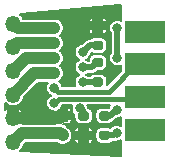
<source format=gbr>
%TF.GenerationSoftware,KiCad,Pcbnew,(5.1.9)-1*%
%TF.CreationDate,2022-11-25T11:31:52-06:00*%
%TF.ProjectId,adapter,61646170-7465-4722-9e6b-696361645f70,rev?*%
%TF.SameCoordinates,Original*%
%TF.FileFunction,Copper,L2,Bot*%
%TF.FilePolarity,Positive*%
%FSLAX46Y46*%
G04 Gerber Fmt 4.6, Leading zero omitted, Abs format (unit mm)*
G04 Created by KiCad (PCBNEW (5.1.9)-1) date 2022-11-25 11:31:52*
%MOMM*%
%LPD*%
G01*
G04 APERTURE LIST*
%TA.AperFunction,ComponentPad*%
%ADD10O,1.350000X1.350000*%
%TD*%
%TA.AperFunction,SMDPad,CuDef*%
%ADD11R,3.480000X1.846667*%
%TD*%
%TA.AperFunction,ViaPad*%
%ADD12C,0.800000*%
%TD*%
%TA.AperFunction,Conductor*%
%ADD13C,0.500000*%
%TD*%
%TA.AperFunction,Conductor*%
%ADD14C,1.000000*%
%TD*%
%TA.AperFunction,Conductor*%
%ADD15C,0.400000*%
%TD*%
%TA.AperFunction,Conductor*%
%ADD16C,0.300000*%
%TD*%
%TA.AperFunction,Conductor*%
%ADD17C,0.200000*%
%TD*%
%TA.AperFunction,Conductor*%
%ADD18C,0.100000*%
%TD*%
G04 APERTURE END LIST*
%TO.P,C4,2*%
%TO.N,Net-(C4-Pad2)*%
%TA.AperFunction,SMDPad,CuDef*%
G36*
G01*
X137435000Y-98635000D02*
X136885000Y-98635000D01*
G75*
G02*
X136685000Y-98435000I0J200000D01*
G01*
X136685000Y-98035000D01*
G75*
G02*
X136885000Y-97835000I200000J0D01*
G01*
X137435000Y-97835000D01*
G75*
G02*
X137635000Y-98035000I0J-200000D01*
G01*
X137635000Y-98435000D01*
G75*
G02*
X137435000Y-98635000I-200000J0D01*
G01*
G37*
%TD.AperFunction*%
%TO.P,C4,1*%
%TO.N,GND*%
%TA.AperFunction,SMDPad,CuDef*%
G36*
G01*
X137435000Y-100285000D02*
X136885000Y-100285000D01*
G75*
G02*
X136685000Y-100085000I0J200000D01*
G01*
X136685000Y-99685000D01*
G75*
G02*
X136885000Y-99485000I200000J0D01*
G01*
X137435000Y-99485000D01*
G75*
G02*
X137635000Y-99685000I0J-200000D01*
G01*
X137635000Y-100085000D01*
G75*
G02*
X137435000Y-100285000I-200000J0D01*
G01*
G37*
%TD.AperFunction*%
%TD*%
D10*
%TO.P,J1,1*%
%TO.N,TXD*%
X131191000Y-90424000D03*
%TO.P,J1,2*%
%TO.N,RXD*%
X131191000Y-92424000D03*
%TO.P,J1,3*%
%TO.N,CTS*%
X131191000Y-94424000D03*
%TO.P,J1,4*%
%TO.N,RTS*%
X131191000Y-96424000D03*
%TO.P,J1,5*%
%TO.N,GND*%
X131191000Y-98424000D03*
%TO.P,J1,6*%
%TO.N,VCC*%
X131191000Y-100424000D03*
%TD*%
%TO.P,C2,2*%
%TO.N,Net-(C2-Pad2)*%
%TA.AperFunction,SMDPad,CuDef*%
G36*
G01*
X139213000Y-98635000D02*
X138663000Y-98635000D01*
G75*
G02*
X138463000Y-98435000I0J200000D01*
G01*
X138463000Y-98035000D01*
G75*
G02*
X138663000Y-97835000I200000J0D01*
G01*
X139213000Y-97835000D01*
G75*
G02*
X139413000Y-98035000I0J-200000D01*
G01*
X139413000Y-98435000D01*
G75*
G02*
X139213000Y-98635000I-200000J0D01*
G01*
G37*
%TD.AperFunction*%
%TO.P,C2,1*%
%TO.N,Net-(C2-Pad1)*%
%TA.AperFunction,SMDPad,CuDef*%
G36*
G01*
X139213000Y-100285000D02*
X138663000Y-100285000D01*
G75*
G02*
X138463000Y-100085000I0J200000D01*
G01*
X138463000Y-99685000D01*
G75*
G02*
X138663000Y-99485000I200000J0D01*
G01*
X139213000Y-99485000D01*
G75*
G02*
X139413000Y-99685000I0J-200000D01*
G01*
X139413000Y-100085000D01*
G75*
G02*
X139213000Y-100285000I-200000J0D01*
G01*
G37*
%TD.AperFunction*%
%TD*%
D11*
%TO.P,P1,6*%
%TO.N,Net-(P1-Pad6)*%
X142367000Y-91095000D03*
%TO.P,P1,7*%
%TO.N,Net-(P1-Pad7)*%
X142367000Y-93865000D03*
%TO.P,P1,8*%
%TO.N,Net-(P1-Pad8)*%
X142367000Y-96635000D03*
%TO.P,P1,9*%
%TO.N,Net-(P1-Pad9)*%
X142367000Y-99405000D03*
%TD*%
%TO.P,C1,1*%
%TO.N,VCC*%
%TA.AperFunction,SMDPad,CuDef*%
G36*
G01*
X135657000Y-100284500D02*
X135107000Y-100284500D01*
G75*
G02*
X134907000Y-100084500I0J200000D01*
G01*
X134907000Y-99684500D01*
G75*
G02*
X135107000Y-99484500I200000J0D01*
G01*
X135657000Y-99484500D01*
G75*
G02*
X135857000Y-99684500I0J-200000D01*
G01*
X135857000Y-100084500D01*
G75*
G02*
X135657000Y-100284500I-200000J0D01*
G01*
G37*
%TD.AperFunction*%
%TO.P,C1,2*%
%TO.N,GND*%
%TA.AperFunction,SMDPad,CuDef*%
G36*
G01*
X135657000Y-98634500D02*
X135107000Y-98634500D01*
G75*
G02*
X134907000Y-98434500I0J200000D01*
G01*
X134907000Y-98034500D01*
G75*
G02*
X135107000Y-97834500I200000J0D01*
G01*
X135657000Y-97834500D01*
G75*
G02*
X135857000Y-98034500I0J-200000D01*
G01*
X135857000Y-98434500D01*
G75*
G02*
X135657000Y-98634500I-200000J0D01*
G01*
G37*
%TD.AperFunction*%
%TD*%
%TO.P,C3,1*%
%TO.N,Net-(C3-Pad1)*%
%TA.AperFunction,SMDPad,CuDef*%
G36*
G01*
X138641500Y-95776500D02*
X138091500Y-95776500D01*
G75*
G02*
X137891500Y-95576500I0J200000D01*
G01*
X137891500Y-95176500D01*
G75*
G02*
X138091500Y-94976500I200000J0D01*
G01*
X138641500Y-94976500D01*
G75*
G02*
X138841500Y-95176500I0J-200000D01*
G01*
X138841500Y-95576500D01*
G75*
G02*
X138641500Y-95776500I-200000J0D01*
G01*
G37*
%TD.AperFunction*%
%TO.P,C3,2*%
%TO.N,Net-(C3-Pad2)*%
%TA.AperFunction,SMDPad,CuDef*%
G36*
G01*
X138641500Y-94126500D02*
X138091500Y-94126500D01*
G75*
G02*
X137891500Y-93926500I0J200000D01*
G01*
X137891500Y-93526500D01*
G75*
G02*
X138091500Y-93326500I200000J0D01*
G01*
X138641500Y-93326500D01*
G75*
G02*
X138841500Y-93526500I0J-200000D01*
G01*
X138841500Y-93926500D01*
G75*
G02*
X138641500Y-94126500I-200000J0D01*
G01*
G37*
%TD.AperFunction*%
%TD*%
%TO.P,C5,1*%
%TO.N,GND*%
%TA.AperFunction,SMDPad,CuDef*%
G36*
G01*
X138091500Y-90215000D02*
X138641500Y-90215000D01*
G75*
G02*
X138841500Y-90415000I0J-200000D01*
G01*
X138841500Y-90815000D01*
G75*
G02*
X138641500Y-91015000I-200000J0D01*
G01*
X138091500Y-91015000D01*
G75*
G02*
X137891500Y-90815000I0J200000D01*
G01*
X137891500Y-90415000D01*
G75*
G02*
X138091500Y-90215000I200000J0D01*
G01*
G37*
%TD.AperFunction*%
%TO.P,C5,2*%
%TO.N,Net-(C5-Pad2)*%
%TA.AperFunction,SMDPad,CuDef*%
G36*
G01*
X138091500Y-91865000D02*
X138641500Y-91865000D01*
G75*
G02*
X138841500Y-92065000I0J-200000D01*
G01*
X138841500Y-92465000D01*
G75*
G02*
X138641500Y-92665000I-200000J0D01*
G01*
X138091500Y-92665000D01*
G75*
G02*
X137891500Y-92465000I0J200000D01*
G01*
X137891500Y-92065000D01*
G75*
G02*
X138091500Y-91865000I200000J0D01*
G01*
G37*
%TD.AperFunction*%
%TD*%
D12*
%TO.N,GND*%
X139700000Y-100965000D03*
X138430000Y-100965000D03*
X138430000Y-89535000D03*
X137160000Y-100965000D03*
X134683500Y-98425000D03*
X137160000Y-89535000D03*
%TO.N,Net-(C2-Pad2)*%
X139954000Y-97726500D03*
%TO.N,Net-(C2-Pad1)*%
X139954000Y-99695000D03*
%TO.N,Net-(C3-Pad1)*%
X137096500Y-95377000D03*
%TO.N,Net-(C3-Pad2)*%
X137096500Y-94107000D03*
%TO.N,Net-(C4-Pad2)*%
X136842500Y-97599500D03*
%TO.N,Net-(C5-Pad2)*%
X137096500Y-92837000D03*
%TO.N,Net-(P1-Pad3)*%
X140024801Y-93329836D03*
X140026998Y-90805000D03*
%TO.N,Net-(P1-Pad7)*%
X134683500Y-95885000D03*
%TO.N,Net-(P1-Pad8)*%
X134683500Y-97155000D03*
%TO.N,CTS*%
X134683500Y-93345000D03*
%TO.N,RTS*%
X134683500Y-94615000D03*
%TO.N,RXD*%
X134683500Y-92075000D03*
%TO.N,TXD*%
X134683500Y-90805000D03*
%TO.N,VCC*%
X134683500Y-99695000D03*
%TD*%
D13*
%TO.N,GND*%
X131192000Y-98425000D02*
X131191000Y-98424000D01*
X131380000Y-98235000D02*
X131191000Y-98424000D01*
X133985000Y-98235000D02*
X134493500Y-98235000D01*
X134493500Y-98235000D02*
X134683500Y-98425000D01*
X134430000Y-98235000D02*
X134620000Y-98425000D01*
D14*
X134683500Y-98425000D02*
X131192000Y-98425000D01*
X135191500Y-98425000D02*
X135382000Y-98234500D01*
X134683500Y-98425000D02*
X135191500Y-98425000D01*
D13*
%TO.N,Net-(C2-Pad2)*%
X139890000Y-97727000D02*
X139954000Y-97663000D01*
X139382000Y-98235000D02*
X139954000Y-97663000D01*
X138938000Y-98235000D02*
X139382000Y-98235000D01*
%TO.N,Net-(C2-Pad1)*%
X139764000Y-99885000D02*
X139954000Y-99695000D01*
X138938000Y-99885000D02*
X139764000Y-99885000D01*
%TO.N,Net-(C3-Pad1)*%
X138239000Y-95377000D02*
X138366500Y-95249500D01*
X137096500Y-95377000D02*
X138239000Y-95377000D01*
%TO.N,Net-(C3-Pad2)*%
X137859000Y-94107000D02*
X138366500Y-93599500D01*
X137096500Y-94107000D02*
X137859000Y-94107000D01*
%TO.N,Net-(C4-Pad2)*%
X137223500Y-98235000D02*
X137160500Y-98235000D01*
X137160000Y-97917000D02*
X136842500Y-97599500D01*
X137160000Y-98235000D02*
X137160000Y-97917000D01*
%TO.N,Net-(C5-Pad2)*%
X137668500Y-92265000D02*
X137096500Y-92837000D01*
X138366500Y-92265000D02*
X137668500Y-92265000D01*
%TO.N,Net-(P1-Pad3)*%
X140024801Y-90807197D02*
X140026998Y-90805000D01*
X140024801Y-93329836D02*
X140024801Y-90807197D01*
D15*
%TO.N,Net-(P1-Pad7)*%
X134683500Y-95885000D02*
X134975501Y-96177001D01*
X137121999Y-96177001D02*
X139319000Y-96177001D01*
X134975501Y-96177001D02*
X137121999Y-96177001D01*
X137121999Y-96177001D02*
X137480501Y-96177001D01*
X141631001Y-93865000D02*
X142367000Y-93865000D01*
X139319000Y-96177001D02*
X141631001Y-93865000D01*
D16*
%TO.N,Net-(P1-Pad8)*%
X142367000Y-96635000D02*
X142164500Y-96837500D01*
D13*
X142252501Y-96749499D02*
X142367000Y-96635000D01*
D15*
X135061489Y-96777011D02*
X134683500Y-97155000D01*
X142224989Y-96777011D02*
X135061489Y-96777011D01*
X142367000Y-96635000D02*
X142224989Y-96777011D01*
D14*
%TO.N,CTS*%
X132270000Y-93345000D02*
X131191000Y-94424000D01*
X134683500Y-93345000D02*
X132270000Y-93345000D01*
%TO.N,RTS*%
X133000000Y-94615000D02*
X131191000Y-96424000D01*
X134683500Y-94615000D02*
X133000000Y-94615000D01*
%TO.N,RXD*%
X131540000Y-92075000D02*
X131191000Y-92424000D01*
X134683500Y-92075000D02*
X131540000Y-92075000D01*
%TO.N,TXD*%
X131572000Y-90805000D02*
X131191000Y-90424000D01*
X134683500Y-90805000D02*
X131572000Y-90805000D01*
D13*
%TO.N,VCC*%
X131191000Y-100424000D02*
X131605000Y-100424000D01*
X133985000Y-99885000D02*
X134493500Y-99885000D01*
X134493500Y-99885000D02*
X134683500Y-99695000D01*
X134430000Y-99885000D02*
X134620000Y-99695000D01*
D14*
X134683500Y-99695000D02*
X131920000Y-99695000D01*
X131920000Y-99695000D02*
X131191000Y-100424000D01*
X135192500Y-99695000D02*
X135382000Y-99884500D01*
X134683500Y-99695000D02*
X135192500Y-99695000D01*
%TD*%
D17*
%TO.N,GND*%
X134139774Y-95438776D02*
X134063168Y-95553426D01*
X134010401Y-95680818D01*
X133983500Y-95816056D01*
X133983500Y-95953944D01*
X134010401Y-96089182D01*
X134063168Y-96216574D01*
X134139774Y-96331224D01*
X134237276Y-96428726D01*
X134351926Y-96505332D01*
X134387338Y-96520000D01*
X134351926Y-96534668D01*
X134237276Y-96611274D01*
X134139774Y-96708776D01*
X134063168Y-96823426D01*
X134010401Y-96950818D01*
X133983500Y-97086056D01*
X133983500Y-97223944D01*
X134010401Y-97359182D01*
X134063168Y-97486574D01*
X134139774Y-97601224D01*
X134237276Y-97698726D01*
X134351926Y-97775332D01*
X134479318Y-97828099D01*
X134606647Y-97853427D01*
X134607000Y-97859500D01*
X134682000Y-97934500D01*
X135007000Y-97934500D01*
X135007000Y-97778676D01*
X135015074Y-97775332D01*
X135129724Y-97698726D01*
X135218950Y-97609500D01*
X135757000Y-97609500D01*
X135757000Y-97934500D01*
X136082000Y-97934500D01*
X136157000Y-97859500D01*
X136158452Y-97834500D01*
X136152660Y-97775690D01*
X136135505Y-97719139D01*
X136107648Y-97667022D01*
X136070159Y-97621341D01*
X136024478Y-97583852D01*
X135972361Y-97555995D01*
X135915810Y-97538840D01*
X135857000Y-97533048D01*
X135832000Y-97534500D01*
X135757000Y-97609500D01*
X135218950Y-97609500D01*
X135227226Y-97601224D01*
X135303832Y-97486574D01*
X135356599Y-97359182D01*
X135372944Y-97277011D01*
X136218405Y-97277011D01*
X136169401Y-97395318D01*
X136142500Y-97530556D01*
X136142500Y-97668444D01*
X136169401Y-97803682D01*
X136222168Y-97931074D01*
X136298774Y-98045724D01*
X136383549Y-98130499D01*
X136383549Y-98435000D01*
X136393184Y-98532828D01*
X136421720Y-98626897D01*
X136468059Y-98713591D01*
X136530421Y-98789579D01*
X136606409Y-98851941D01*
X136693103Y-98898280D01*
X136787172Y-98926816D01*
X136885000Y-98936451D01*
X137435000Y-98936451D01*
X137532828Y-98926816D01*
X137626897Y-98898280D01*
X137713591Y-98851941D01*
X137789579Y-98789579D01*
X137851941Y-98713591D01*
X137898280Y-98626897D01*
X137926816Y-98532828D01*
X137936451Y-98435000D01*
X137936451Y-98035000D01*
X137926816Y-97937172D01*
X137898280Y-97843103D01*
X137851941Y-97756409D01*
X137789579Y-97680421D01*
X137713591Y-97618059D01*
X137626897Y-97571720D01*
X137575292Y-97556066D01*
X137550790Y-97526210D01*
X137539849Y-97517231D01*
X137515599Y-97395318D01*
X137466595Y-97277011D01*
X139413539Y-97277011D01*
X139410274Y-97280276D01*
X139333668Y-97394926D01*
X139280901Y-97522318D01*
X139277405Y-97539892D01*
X139213000Y-97533549D01*
X138663000Y-97533549D01*
X138565172Y-97543184D01*
X138471103Y-97571720D01*
X138384409Y-97618059D01*
X138308421Y-97680421D01*
X138246059Y-97756409D01*
X138199720Y-97843103D01*
X138171184Y-97937172D01*
X138161549Y-98035000D01*
X138161549Y-98435000D01*
X138171184Y-98532828D01*
X138199720Y-98626897D01*
X138246059Y-98713591D01*
X138308421Y-98789579D01*
X138384409Y-98851941D01*
X138471103Y-98898280D01*
X138565172Y-98926816D01*
X138663000Y-98936451D01*
X139213000Y-98936451D01*
X139310828Y-98926816D01*
X139404897Y-98898280D01*
X139491591Y-98851941D01*
X139567579Y-98789579D01*
X139611637Y-98735894D01*
X139689042Y-98694521D01*
X139772790Y-98625790D01*
X139790013Y-98604805D01*
X139968317Y-98426500D01*
X140022944Y-98426500D01*
X140158182Y-98399599D01*
X140285574Y-98346832D01*
X140362000Y-98295766D01*
X140362000Y-98341043D01*
X140348496Y-98366307D01*
X140331341Y-98422857D01*
X140325549Y-98481667D01*
X140325549Y-99101378D01*
X140285574Y-99074668D01*
X140158182Y-99021901D01*
X140022944Y-98995000D01*
X139885056Y-98995000D01*
X139749818Y-99021901D01*
X139622426Y-99074668D01*
X139507776Y-99151274D01*
X139426033Y-99233017D01*
X139404897Y-99221720D01*
X139310828Y-99193184D01*
X139213000Y-99183549D01*
X138663000Y-99183549D01*
X138565172Y-99193184D01*
X138471103Y-99221720D01*
X138384409Y-99268059D01*
X138308421Y-99330421D01*
X138246059Y-99406409D01*
X138199720Y-99493103D01*
X138171184Y-99587172D01*
X138161549Y-99685000D01*
X138161549Y-100085000D01*
X138171184Y-100182828D01*
X138199720Y-100276897D01*
X138246059Y-100363591D01*
X138308421Y-100439579D01*
X138384409Y-100501941D01*
X138471103Y-100548280D01*
X138565172Y-100576816D01*
X138663000Y-100586451D01*
X139213000Y-100586451D01*
X139310828Y-100576816D01*
X139404897Y-100548280D01*
X139491591Y-100501941D01*
X139567579Y-100439579D01*
X139571337Y-100435000D01*
X139736992Y-100435000D01*
X139764000Y-100437660D01*
X139791008Y-100435000D01*
X139791018Y-100435000D01*
X139871819Y-100427042D01*
X139975494Y-100395592D01*
X139976602Y-100395000D01*
X140022944Y-100395000D01*
X140158182Y-100368099D01*
X140285574Y-100315332D01*
X140325549Y-100288622D01*
X140325549Y-100328333D01*
X140331341Y-100387143D01*
X140348496Y-100443693D01*
X140362000Y-100468957D01*
X140362000Y-101629000D01*
X140213765Y-101629000D01*
X131789127Y-101196968D01*
X131812527Y-101181332D01*
X131948332Y-101045527D01*
X132055034Y-100885836D01*
X132128532Y-100708397D01*
X132151018Y-100595352D01*
X132251370Y-100495000D01*
X134820561Y-100495000D01*
X134828409Y-100501441D01*
X134915103Y-100547780D01*
X134939903Y-100555303D01*
X135074373Y-100627178D01*
X135225172Y-100672923D01*
X135381999Y-100688369D01*
X135538826Y-100672923D01*
X135689627Y-100627178D01*
X135824097Y-100555303D01*
X135848897Y-100547780D01*
X135935591Y-100501441D01*
X136011579Y-100439079D01*
X136073941Y-100363091D01*
X136115681Y-100285000D01*
X136383548Y-100285000D01*
X136389340Y-100343810D01*
X136406495Y-100400361D01*
X136434352Y-100452478D01*
X136471841Y-100498159D01*
X136517522Y-100535648D01*
X136569639Y-100563505D01*
X136626190Y-100580660D01*
X136685000Y-100586452D01*
X136710000Y-100585000D01*
X136785000Y-100510000D01*
X136785000Y-100185000D01*
X137535000Y-100185000D01*
X137535000Y-100510000D01*
X137610000Y-100585000D01*
X137635000Y-100586452D01*
X137693810Y-100580660D01*
X137750361Y-100563505D01*
X137802478Y-100535648D01*
X137848159Y-100498159D01*
X137885648Y-100452478D01*
X137913505Y-100400361D01*
X137930660Y-100343810D01*
X137936452Y-100285000D01*
X137935000Y-100260000D01*
X137860000Y-100185000D01*
X137535000Y-100185000D01*
X136785000Y-100185000D01*
X136460000Y-100185000D01*
X136385000Y-100260000D01*
X136383548Y-100285000D01*
X136115681Y-100285000D01*
X136120280Y-100276397D01*
X136148816Y-100182328D01*
X136158451Y-100084500D01*
X136158451Y-100080792D01*
X136170423Y-100041326D01*
X136185869Y-99884499D01*
X136170423Y-99727672D01*
X136158451Y-99688206D01*
X136158451Y-99684500D01*
X136148816Y-99586672D01*
X136120280Y-99492603D01*
X136116217Y-99485000D01*
X136383548Y-99485000D01*
X136385000Y-99510000D01*
X136460000Y-99585000D01*
X136785000Y-99585000D01*
X136785000Y-99260000D01*
X137535000Y-99260000D01*
X137535000Y-99585000D01*
X137860000Y-99585000D01*
X137935000Y-99510000D01*
X137936452Y-99485000D01*
X137930660Y-99426190D01*
X137913505Y-99369639D01*
X137885648Y-99317522D01*
X137848159Y-99271841D01*
X137802478Y-99234352D01*
X137750361Y-99206495D01*
X137693810Y-99189340D01*
X137635000Y-99183548D01*
X137610000Y-99185000D01*
X137535000Y-99260000D01*
X136785000Y-99260000D01*
X136710000Y-99185000D01*
X136685000Y-99183548D01*
X136626190Y-99189340D01*
X136569639Y-99206495D01*
X136517522Y-99234352D01*
X136471841Y-99271841D01*
X136434352Y-99317522D01*
X136406495Y-99369639D01*
X136389340Y-99426190D01*
X136383548Y-99485000D01*
X136116217Y-99485000D01*
X136073941Y-99405909D01*
X136011579Y-99329921D01*
X135935591Y-99267559D01*
X135851460Y-99222590D01*
X135785973Y-99157103D01*
X135760922Y-99126578D01*
X135639106Y-99026607D01*
X135500128Y-98952321D01*
X135441380Y-98934500D01*
X135782002Y-98934500D01*
X135782002Y-98884502D01*
X135832000Y-98934500D01*
X135857000Y-98935952D01*
X135915810Y-98930160D01*
X135972361Y-98913005D01*
X136024478Y-98885148D01*
X136070159Y-98847659D01*
X136107648Y-98801978D01*
X136135505Y-98749861D01*
X136152660Y-98693310D01*
X136158452Y-98634500D01*
X136157000Y-98609500D01*
X136082000Y-98534500D01*
X135757000Y-98534500D01*
X135757000Y-98634500D01*
X135007000Y-98634500D01*
X135007000Y-98534500D01*
X134682000Y-98534500D01*
X134607000Y-98609500D01*
X134605548Y-98634500D01*
X134611340Y-98693310D01*
X134628495Y-98749861D01*
X134656352Y-98801978D01*
X134693841Y-98847659D01*
X134739522Y-98885148D01*
X134757954Y-98895000D01*
X132002213Y-98895000D01*
X131997226Y-98824000D01*
X131591000Y-98824000D01*
X131591000Y-98844000D01*
X130791000Y-98844000D01*
X130791000Y-98824000D01*
X130771000Y-98824000D01*
X130771000Y-98024000D01*
X130791000Y-98024000D01*
X130791000Y-97609804D01*
X131591000Y-97609804D01*
X131591000Y-98024000D01*
X131997226Y-98024000D01*
X132006650Y-97889828D01*
X131996659Y-97874835D01*
X131874042Y-97728211D01*
X131725176Y-97608325D01*
X131591000Y-97609804D01*
X130791000Y-97609804D01*
X130656824Y-97608325D01*
X130527000Y-97712876D01*
X130527000Y-97138859D01*
X130569473Y-97181332D01*
X130729164Y-97288034D01*
X130906603Y-97361532D01*
X131094971Y-97399000D01*
X131287029Y-97399000D01*
X131475397Y-97361532D01*
X131652836Y-97288034D01*
X131812527Y-97181332D01*
X131948332Y-97045527D01*
X132055034Y-96885836D01*
X132128532Y-96708397D01*
X132151017Y-96595353D01*
X133331371Y-95415000D01*
X134163550Y-95415000D01*
X134139774Y-95438776D01*
%TA.AperFunction,Conductor*%
D18*
G36*
X134139774Y-95438776D02*
G01*
X134063168Y-95553426D01*
X134010401Y-95680818D01*
X133983500Y-95816056D01*
X133983500Y-95953944D01*
X134010401Y-96089182D01*
X134063168Y-96216574D01*
X134139774Y-96331224D01*
X134237276Y-96428726D01*
X134351926Y-96505332D01*
X134387338Y-96520000D01*
X134351926Y-96534668D01*
X134237276Y-96611274D01*
X134139774Y-96708776D01*
X134063168Y-96823426D01*
X134010401Y-96950818D01*
X133983500Y-97086056D01*
X133983500Y-97223944D01*
X134010401Y-97359182D01*
X134063168Y-97486574D01*
X134139774Y-97601224D01*
X134237276Y-97698726D01*
X134351926Y-97775332D01*
X134479318Y-97828099D01*
X134606647Y-97853427D01*
X134607000Y-97859500D01*
X134682000Y-97934500D01*
X135007000Y-97934500D01*
X135007000Y-97778676D01*
X135015074Y-97775332D01*
X135129724Y-97698726D01*
X135218950Y-97609500D01*
X135757000Y-97609500D01*
X135757000Y-97934500D01*
X136082000Y-97934500D01*
X136157000Y-97859500D01*
X136158452Y-97834500D01*
X136152660Y-97775690D01*
X136135505Y-97719139D01*
X136107648Y-97667022D01*
X136070159Y-97621341D01*
X136024478Y-97583852D01*
X135972361Y-97555995D01*
X135915810Y-97538840D01*
X135857000Y-97533048D01*
X135832000Y-97534500D01*
X135757000Y-97609500D01*
X135218950Y-97609500D01*
X135227226Y-97601224D01*
X135303832Y-97486574D01*
X135356599Y-97359182D01*
X135372944Y-97277011D01*
X136218405Y-97277011D01*
X136169401Y-97395318D01*
X136142500Y-97530556D01*
X136142500Y-97668444D01*
X136169401Y-97803682D01*
X136222168Y-97931074D01*
X136298774Y-98045724D01*
X136383549Y-98130499D01*
X136383549Y-98435000D01*
X136393184Y-98532828D01*
X136421720Y-98626897D01*
X136468059Y-98713591D01*
X136530421Y-98789579D01*
X136606409Y-98851941D01*
X136693103Y-98898280D01*
X136787172Y-98926816D01*
X136885000Y-98936451D01*
X137435000Y-98936451D01*
X137532828Y-98926816D01*
X137626897Y-98898280D01*
X137713591Y-98851941D01*
X137789579Y-98789579D01*
X137851941Y-98713591D01*
X137898280Y-98626897D01*
X137926816Y-98532828D01*
X137936451Y-98435000D01*
X137936451Y-98035000D01*
X137926816Y-97937172D01*
X137898280Y-97843103D01*
X137851941Y-97756409D01*
X137789579Y-97680421D01*
X137713591Y-97618059D01*
X137626897Y-97571720D01*
X137575292Y-97556066D01*
X137550790Y-97526210D01*
X137539849Y-97517231D01*
X137515599Y-97395318D01*
X137466595Y-97277011D01*
X139413539Y-97277011D01*
X139410274Y-97280276D01*
X139333668Y-97394926D01*
X139280901Y-97522318D01*
X139277405Y-97539892D01*
X139213000Y-97533549D01*
X138663000Y-97533549D01*
X138565172Y-97543184D01*
X138471103Y-97571720D01*
X138384409Y-97618059D01*
X138308421Y-97680421D01*
X138246059Y-97756409D01*
X138199720Y-97843103D01*
X138171184Y-97937172D01*
X138161549Y-98035000D01*
X138161549Y-98435000D01*
X138171184Y-98532828D01*
X138199720Y-98626897D01*
X138246059Y-98713591D01*
X138308421Y-98789579D01*
X138384409Y-98851941D01*
X138471103Y-98898280D01*
X138565172Y-98926816D01*
X138663000Y-98936451D01*
X139213000Y-98936451D01*
X139310828Y-98926816D01*
X139404897Y-98898280D01*
X139491591Y-98851941D01*
X139567579Y-98789579D01*
X139611637Y-98735894D01*
X139689042Y-98694521D01*
X139772790Y-98625790D01*
X139790013Y-98604805D01*
X139968317Y-98426500D01*
X140022944Y-98426500D01*
X140158182Y-98399599D01*
X140285574Y-98346832D01*
X140362000Y-98295766D01*
X140362000Y-98341043D01*
X140348496Y-98366307D01*
X140331341Y-98422857D01*
X140325549Y-98481667D01*
X140325549Y-99101378D01*
X140285574Y-99074668D01*
X140158182Y-99021901D01*
X140022944Y-98995000D01*
X139885056Y-98995000D01*
X139749818Y-99021901D01*
X139622426Y-99074668D01*
X139507776Y-99151274D01*
X139426033Y-99233017D01*
X139404897Y-99221720D01*
X139310828Y-99193184D01*
X139213000Y-99183549D01*
X138663000Y-99183549D01*
X138565172Y-99193184D01*
X138471103Y-99221720D01*
X138384409Y-99268059D01*
X138308421Y-99330421D01*
X138246059Y-99406409D01*
X138199720Y-99493103D01*
X138171184Y-99587172D01*
X138161549Y-99685000D01*
X138161549Y-100085000D01*
X138171184Y-100182828D01*
X138199720Y-100276897D01*
X138246059Y-100363591D01*
X138308421Y-100439579D01*
X138384409Y-100501941D01*
X138471103Y-100548280D01*
X138565172Y-100576816D01*
X138663000Y-100586451D01*
X139213000Y-100586451D01*
X139310828Y-100576816D01*
X139404897Y-100548280D01*
X139491591Y-100501941D01*
X139567579Y-100439579D01*
X139571337Y-100435000D01*
X139736992Y-100435000D01*
X139764000Y-100437660D01*
X139791008Y-100435000D01*
X139791018Y-100435000D01*
X139871819Y-100427042D01*
X139975494Y-100395592D01*
X139976602Y-100395000D01*
X140022944Y-100395000D01*
X140158182Y-100368099D01*
X140285574Y-100315332D01*
X140325549Y-100288622D01*
X140325549Y-100328333D01*
X140331341Y-100387143D01*
X140348496Y-100443693D01*
X140362000Y-100468957D01*
X140362000Y-101629000D01*
X140213765Y-101629000D01*
X131789127Y-101196968D01*
X131812527Y-101181332D01*
X131948332Y-101045527D01*
X132055034Y-100885836D01*
X132128532Y-100708397D01*
X132151018Y-100595352D01*
X132251370Y-100495000D01*
X134820561Y-100495000D01*
X134828409Y-100501441D01*
X134915103Y-100547780D01*
X134939903Y-100555303D01*
X135074373Y-100627178D01*
X135225172Y-100672923D01*
X135381999Y-100688369D01*
X135538826Y-100672923D01*
X135689627Y-100627178D01*
X135824097Y-100555303D01*
X135848897Y-100547780D01*
X135935591Y-100501441D01*
X136011579Y-100439079D01*
X136073941Y-100363091D01*
X136115681Y-100285000D01*
X136383548Y-100285000D01*
X136389340Y-100343810D01*
X136406495Y-100400361D01*
X136434352Y-100452478D01*
X136471841Y-100498159D01*
X136517522Y-100535648D01*
X136569639Y-100563505D01*
X136626190Y-100580660D01*
X136685000Y-100586452D01*
X136710000Y-100585000D01*
X136785000Y-100510000D01*
X136785000Y-100185000D01*
X137535000Y-100185000D01*
X137535000Y-100510000D01*
X137610000Y-100585000D01*
X137635000Y-100586452D01*
X137693810Y-100580660D01*
X137750361Y-100563505D01*
X137802478Y-100535648D01*
X137848159Y-100498159D01*
X137885648Y-100452478D01*
X137913505Y-100400361D01*
X137930660Y-100343810D01*
X137936452Y-100285000D01*
X137935000Y-100260000D01*
X137860000Y-100185000D01*
X137535000Y-100185000D01*
X136785000Y-100185000D01*
X136460000Y-100185000D01*
X136385000Y-100260000D01*
X136383548Y-100285000D01*
X136115681Y-100285000D01*
X136120280Y-100276397D01*
X136148816Y-100182328D01*
X136158451Y-100084500D01*
X136158451Y-100080792D01*
X136170423Y-100041326D01*
X136185869Y-99884499D01*
X136170423Y-99727672D01*
X136158451Y-99688206D01*
X136158451Y-99684500D01*
X136148816Y-99586672D01*
X136120280Y-99492603D01*
X136116217Y-99485000D01*
X136383548Y-99485000D01*
X136385000Y-99510000D01*
X136460000Y-99585000D01*
X136785000Y-99585000D01*
X136785000Y-99260000D01*
X137535000Y-99260000D01*
X137535000Y-99585000D01*
X137860000Y-99585000D01*
X137935000Y-99510000D01*
X137936452Y-99485000D01*
X137930660Y-99426190D01*
X137913505Y-99369639D01*
X137885648Y-99317522D01*
X137848159Y-99271841D01*
X137802478Y-99234352D01*
X137750361Y-99206495D01*
X137693810Y-99189340D01*
X137635000Y-99183548D01*
X137610000Y-99185000D01*
X137535000Y-99260000D01*
X136785000Y-99260000D01*
X136710000Y-99185000D01*
X136685000Y-99183548D01*
X136626190Y-99189340D01*
X136569639Y-99206495D01*
X136517522Y-99234352D01*
X136471841Y-99271841D01*
X136434352Y-99317522D01*
X136406495Y-99369639D01*
X136389340Y-99426190D01*
X136383548Y-99485000D01*
X136116217Y-99485000D01*
X136073941Y-99405909D01*
X136011579Y-99329921D01*
X135935591Y-99267559D01*
X135851460Y-99222590D01*
X135785973Y-99157103D01*
X135760922Y-99126578D01*
X135639106Y-99026607D01*
X135500128Y-98952321D01*
X135441380Y-98934500D01*
X135782002Y-98934500D01*
X135782002Y-98884502D01*
X135832000Y-98934500D01*
X135857000Y-98935952D01*
X135915810Y-98930160D01*
X135972361Y-98913005D01*
X136024478Y-98885148D01*
X136070159Y-98847659D01*
X136107648Y-98801978D01*
X136135505Y-98749861D01*
X136152660Y-98693310D01*
X136158452Y-98634500D01*
X136157000Y-98609500D01*
X136082000Y-98534500D01*
X135757000Y-98534500D01*
X135757000Y-98634500D01*
X135007000Y-98634500D01*
X135007000Y-98534500D01*
X134682000Y-98534500D01*
X134607000Y-98609500D01*
X134605548Y-98634500D01*
X134611340Y-98693310D01*
X134628495Y-98749861D01*
X134656352Y-98801978D01*
X134693841Y-98847659D01*
X134739522Y-98885148D01*
X134757954Y-98895000D01*
X132002213Y-98895000D01*
X131997226Y-98824000D01*
X131591000Y-98824000D01*
X131591000Y-98844000D01*
X130791000Y-98844000D01*
X130791000Y-98824000D01*
X130771000Y-98824000D01*
X130771000Y-98024000D01*
X130791000Y-98024000D01*
X130791000Y-97609804D01*
X131591000Y-97609804D01*
X131591000Y-98024000D01*
X131997226Y-98024000D01*
X132006650Y-97889828D01*
X131996659Y-97874835D01*
X131874042Y-97728211D01*
X131725176Y-97608325D01*
X131591000Y-97609804D01*
X130791000Y-97609804D01*
X130656824Y-97608325D01*
X130527000Y-97712876D01*
X130527000Y-97138859D01*
X130569473Y-97181332D01*
X130729164Y-97288034D01*
X130906603Y-97361532D01*
X131094971Y-97399000D01*
X131287029Y-97399000D01*
X131475397Y-97361532D01*
X131652836Y-97288034D01*
X131812527Y-97181332D01*
X131948332Y-97045527D01*
X132055034Y-96885836D01*
X132128532Y-96708397D01*
X132151017Y-96595353D01*
X133331371Y-95415000D01*
X134163550Y-95415000D01*
X134139774Y-95438776D01*
G37*
%TD.AperFunction*%
D17*
X140362000Y-90031043D02*
X140348496Y-90056307D01*
X140331341Y-90112857D01*
X140325613Y-90171016D01*
X140231180Y-90131901D01*
X140095942Y-90105000D01*
X139958054Y-90105000D01*
X139822816Y-90131901D01*
X139695424Y-90184668D01*
X139580774Y-90261274D01*
X139483272Y-90358776D01*
X139406666Y-90473426D01*
X139353899Y-90600818D01*
X139326998Y-90736056D01*
X139326998Y-90873944D01*
X139353899Y-91009182D01*
X139406666Y-91136574D01*
X139474802Y-91238547D01*
X139474801Y-92893002D01*
X139404469Y-92998262D01*
X139351702Y-93125654D01*
X139324801Y-93260892D01*
X139324801Y-93398780D01*
X139351702Y-93534018D01*
X139404469Y-93661410D01*
X139481075Y-93776060D01*
X139578577Y-93873562D01*
X139693227Y-93950168D01*
X139820619Y-94002935D01*
X139955857Y-94029836D01*
X140093745Y-94029836D01*
X140228983Y-94002935D01*
X140325549Y-93962936D01*
X140325549Y-94463346D01*
X139135364Y-95653532D01*
X139142951Y-95576500D01*
X139142951Y-95176500D01*
X139133316Y-95078672D01*
X139104780Y-94984603D01*
X139058441Y-94897909D01*
X138996079Y-94821921D01*
X138920091Y-94759559D01*
X138833397Y-94713220D01*
X138739328Y-94684684D01*
X138641500Y-94675049D01*
X138091500Y-94675049D01*
X137993672Y-94684684D01*
X137899603Y-94713220D01*
X137812909Y-94759559D01*
X137736921Y-94821921D01*
X137732753Y-94827000D01*
X137533334Y-94827000D01*
X137428074Y-94756668D01*
X137392662Y-94742000D01*
X137428074Y-94727332D01*
X137533334Y-94657000D01*
X137831992Y-94657000D01*
X137859000Y-94659660D01*
X137886008Y-94657000D01*
X137886018Y-94657000D01*
X137966819Y-94649042D01*
X138070494Y-94617592D01*
X138166042Y-94566521D01*
X138249790Y-94497790D01*
X138267012Y-94476805D01*
X138315866Y-94427951D01*
X138641500Y-94427951D01*
X138739328Y-94418316D01*
X138833397Y-94389780D01*
X138920091Y-94343441D01*
X138996079Y-94281079D01*
X139058441Y-94205091D01*
X139104780Y-94118397D01*
X139133316Y-94024328D01*
X139142951Y-93926500D01*
X139142951Y-93526500D01*
X139133316Y-93428672D01*
X139104780Y-93334603D01*
X139058441Y-93247909D01*
X138996079Y-93171921D01*
X138920091Y-93109559D01*
X138833397Y-93063220D01*
X138739328Y-93034684D01*
X138641500Y-93025049D01*
X138091500Y-93025049D01*
X137993672Y-93034684D01*
X137899603Y-93063220D01*
X137812909Y-93109559D01*
X137736921Y-93171921D01*
X137674559Y-93247909D01*
X137628220Y-93334603D01*
X137599684Y-93428672D01*
X137590049Y-93526500D01*
X137590049Y-93557000D01*
X137533334Y-93557000D01*
X137428074Y-93486668D01*
X137392662Y-93472000D01*
X137428074Y-93457332D01*
X137542724Y-93380726D01*
X137640226Y-93283224D01*
X137716832Y-93168574D01*
X137769599Y-93041182D01*
X137794297Y-92917021D01*
X137823640Y-92887677D01*
X137899603Y-92928280D01*
X137993672Y-92956816D01*
X138091500Y-92966451D01*
X138641500Y-92966451D01*
X138739328Y-92956816D01*
X138833397Y-92928280D01*
X138920091Y-92881941D01*
X138996079Y-92819579D01*
X139058441Y-92743591D01*
X139104780Y-92656897D01*
X139133316Y-92562828D01*
X139142951Y-92465000D01*
X139142951Y-92065000D01*
X139133316Y-91967172D01*
X139104780Y-91873103D01*
X139058441Y-91786409D01*
X138996079Y-91710421D01*
X138920091Y-91648059D01*
X138833397Y-91601720D01*
X138739328Y-91573184D01*
X138641500Y-91563549D01*
X138091500Y-91563549D01*
X137993672Y-91573184D01*
X137899603Y-91601720D01*
X137812909Y-91648059D01*
X137736921Y-91710421D01*
X137733163Y-91715000D01*
X137695507Y-91715000D01*
X137668499Y-91712340D01*
X137641491Y-91715000D01*
X137641482Y-91715000D01*
X137560681Y-91722958D01*
X137457006Y-91754408D01*
X137432752Y-91767372D01*
X137361457Y-91805479D01*
X137298695Y-91856987D01*
X137298690Y-91856992D01*
X137277710Y-91874210D01*
X137260491Y-91895191D01*
X137016479Y-92139203D01*
X136892318Y-92163901D01*
X136764926Y-92216668D01*
X136650276Y-92293274D01*
X136552774Y-92390776D01*
X136476168Y-92505426D01*
X136423401Y-92632818D01*
X136396500Y-92768056D01*
X136396500Y-92905944D01*
X136423401Y-93041182D01*
X136476168Y-93168574D01*
X136552774Y-93283224D01*
X136650276Y-93380726D01*
X136764926Y-93457332D01*
X136800338Y-93472000D01*
X136764926Y-93486668D01*
X136650276Y-93563274D01*
X136552774Y-93660776D01*
X136476168Y-93775426D01*
X136423401Y-93902818D01*
X136396500Y-94038056D01*
X136396500Y-94175944D01*
X136423401Y-94311182D01*
X136476168Y-94438574D01*
X136552774Y-94553224D01*
X136650276Y-94650726D01*
X136764926Y-94727332D01*
X136800338Y-94742000D01*
X136764926Y-94756668D01*
X136650276Y-94833274D01*
X136552774Y-94930776D01*
X136476168Y-95045426D01*
X136423401Y-95172818D01*
X136396500Y-95308056D01*
X136396500Y-95445944D01*
X136423401Y-95581182D01*
X136463090Y-95677001D01*
X135355018Y-95677001D01*
X135303832Y-95553426D01*
X135227226Y-95438776D01*
X135129724Y-95341274D01*
X135081767Y-95309231D01*
X135130106Y-95283393D01*
X135251922Y-95183422D01*
X135351893Y-95061606D01*
X135426179Y-94922628D01*
X135471924Y-94771827D01*
X135487370Y-94615000D01*
X135471924Y-94458173D01*
X135426179Y-94307372D01*
X135351893Y-94168394D01*
X135251922Y-94046578D01*
X135170796Y-93980000D01*
X135251922Y-93913422D01*
X135351893Y-93791606D01*
X135426179Y-93652628D01*
X135471924Y-93501827D01*
X135487370Y-93345000D01*
X135471924Y-93188173D01*
X135426179Y-93037372D01*
X135351893Y-92898394D01*
X135251922Y-92776578D01*
X135170796Y-92710000D01*
X135251922Y-92643422D01*
X135351893Y-92521606D01*
X135426179Y-92382628D01*
X135471924Y-92231827D01*
X135487370Y-92075000D01*
X135471924Y-91918173D01*
X135426179Y-91767372D01*
X135351893Y-91628394D01*
X135251922Y-91506578D01*
X135170796Y-91440000D01*
X135251922Y-91373422D01*
X135351893Y-91251606D01*
X135426179Y-91112628D01*
X135455794Y-91015000D01*
X137590048Y-91015000D01*
X137595840Y-91073810D01*
X137612995Y-91130361D01*
X137640852Y-91182478D01*
X137678341Y-91228159D01*
X137724022Y-91265648D01*
X137776139Y-91293505D01*
X137832690Y-91310660D01*
X137891500Y-91316452D01*
X137916500Y-91315000D01*
X137991500Y-91240000D01*
X137991500Y-90915000D01*
X138741500Y-90915000D01*
X138741500Y-91240000D01*
X138816500Y-91315000D01*
X138841500Y-91316452D01*
X138900310Y-91310660D01*
X138956861Y-91293505D01*
X139008978Y-91265648D01*
X139054659Y-91228159D01*
X139092148Y-91182478D01*
X139120005Y-91130361D01*
X139137160Y-91073810D01*
X139142952Y-91015000D01*
X139141500Y-90990000D01*
X139066500Y-90915000D01*
X138741500Y-90915000D01*
X137991500Y-90915000D01*
X137666500Y-90915000D01*
X137591500Y-90990000D01*
X137590048Y-91015000D01*
X135455794Y-91015000D01*
X135471924Y-90961827D01*
X135487370Y-90805000D01*
X135471924Y-90648173D01*
X135426179Y-90497372D01*
X135351893Y-90358394D01*
X135251922Y-90236578D01*
X135225629Y-90215000D01*
X137590048Y-90215000D01*
X137591500Y-90240000D01*
X137666500Y-90315000D01*
X137991500Y-90315000D01*
X137991500Y-89990000D01*
X138741500Y-89990000D01*
X138741500Y-90315000D01*
X139066500Y-90315000D01*
X139141500Y-90240000D01*
X139142952Y-90215000D01*
X139137160Y-90156190D01*
X139120005Y-90099639D01*
X139092148Y-90047522D01*
X139054659Y-90001841D01*
X139008978Y-89964352D01*
X138956861Y-89936495D01*
X138900310Y-89919340D01*
X138841500Y-89913548D01*
X138816500Y-89915000D01*
X138741500Y-89990000D01*
X137991500Y-89990000D01*
X137916500Y-89915000D01*
X137891500Y-89913548D01*
X137832690Y-89919340D01*
X137776139Y-89936495D01*
X137724022Y-89964352D01*
X137678341Y-90001841D01*
X137640852Y-90047522D01*
X137612995Y-90099639D01*
X137595840Y-90156190D01*
X137590048Y-90215000D01*
X135225629Y-90215000D01*
X135130106Y-90136607D01*
X134991128Y-90062321D01*
X134840327Y-90016576D01*
X134722793Y-90005000D01*
X132072777Y-90005000D01*
X132055034Y-89962164D01*
X131948332Y-89802473D01*
X131812527Y-89666668D01*
X131758003Y-89630237D01*
X140218076Y-88871000D01*
X140362000Y-88871000D01*
X140362000Y-90031043D01*
%TA.AperFunction,Conductor*%
D18*
G36*
X140362000Y-90031043D02*
G01*
X140348496Y-90056307D01*
X140331341Y-90112857D01*
X140325613Y-90171016D01*
X140231180Y-90131901D01*
X140095942Y-90105000D01*
X139958054Y-90105000D01*
X139822816Y-90131901D01*
X139695424Y-90184668D01*
X139580774Y-90261274D01*
X139483272Y-90358776D01*
X139406666Y-90473426D01*
X139353899Y-90600818D01*
X139326998Y-90736056D01*
X139326998Y-90873944D01*
X139353899Y-91009182D01*
X139406666Y-91136574D01*
X139474802Y-91238547D01*
X139474801Y-92893002D01*
X139404469Y-92998262D01*
X139351702Y-93125654D01*
X139324801Y-93260892D01*
X139324801Y-93398780D01*
X139351702Y-93534018D01*
X139404469Y-93661410D01*
X139481075Y-93776060D01*
X139578577Y-93873562D01*
X139693227Y-93950168D01*
X139820619Y-94002935D01*
X139955857Y-94029836D01*
X140093745Y-94029836D01*
X140228983Y-94002935D01*
X140325549Y-93962936D01*
X140325549Y-94463346D01*
X139135364Y-95653532D01*
X139142951Y-95576500D01*
X139142951Y-95176500D01*
X139133316Y-95078672D01*
X139104780Y-94984603D01*
X139058441Y-94897909D01*
X138996079Y-94821921D01*
X138920091Y-94759559D01*
X138833397Y-94713220D01*
X138739328Y-94684684D01*
X138641500Y-94675049D01*
X138091500Y-94675049D01*
X137993672Y-94684684D01*
X137899603Y-94713220D01*
X137812909Y-94759559D01*
X137736921Y-94821921D01*
X137732753Y-94827000D01*
X137533334Y-94827000D01*
X137428074Y-94756668D01*
X137392662Y-94742000D01*
X137428074Y-94727332D01*
X137533334Y-94657000D01*
X137831992Y-94657000D01*
X137859000Y-94659660D01*
X137886008Y-94657000D01*
X137886018Y-94657000D01*
X137966819Y-94649042D01*
X138070494Y-94617592D01*
X138166042Y-94566521D01*
X138249790Y-94497790D01*
X138267012Y-94476805D01*
X138315866Y-94427951D01*
X138641500Y-94427951D01*
X138739328Y-94418316D01*
X138833397Y-94389780D01*
X138920091Y-94343441D01*
X138996079Y-94281079D01*
X139058441Y-94205091D01*
X139104780Y-94118397D01*
X139133316Y-94024328D01*
X139142951Y-93926500D01*
X139142951Y-93526500D01*
X139133316Y-93428672D01*
X139104780Y-93334603D01*
X139058441Y-93247909D01*
X138996079Y-93171921D01*
X138920091Y-93109559D01*
X138833397Y-93063220D01*
X138739328Y-93034684D01*
X138641500Y-93025049D01*
X138091500Y-93025049D01*
X137993672Y-93034684D01*
X137899603Y-93063220D01*
X137812909Y-93109559D01*
X137736921Y-93171921D01*
X137674559Y-93247909D01*
X137628220Y-93334603D01*
X137599684Y-93428672D01*
X137590049Y-93526500D01*
X137590049Y-93557000D01*
X137533334Y-93557000D01*
X137428074Y-93486668D01*
X137392662Y-93472000D01*
X137428074Y-93457332D01*
X137542724Y-93380726D01*
X137640226Y-93283224D01*
X137716832Y-93168574D01*
X137769599Y-93041182D01*
X137794297Y-92917021D01*
X137823640Y-92887677D01*
X137899603Y-92928280D01*
X137993672Y-92956816D01*
X138091500Y-92966451D01*
X138641500Y-92966451D01*
X138739328Y-92956816D01*
X138833397Y-92928280D01*
X138920091Y-92881941D01*
X138996079Y-92819579D01*
X139058441Y-92743591D01*
X139104780Y-92656897D01*
X139133316Y-92562828D01*
X139142951Y-92465000D01*
X139142951Y-92065000D01*
X139133316Y-91967172D01*
X139104780Y-91873103D01*
X139058441Y-91786409D01*
X138996079Y-91710421D01*
X138920091Y-91648059D01*
X138833397Y-91601720D01*
X138739328Y-91573184D01*
X138641500Y-91563549D01*
X138091500Y-91563549D01*
X137993672Y-91573184D01*
X137899603Y-91601720D01*
X137812909Y-91648059D01*
X137736921Y-91710421D01*
X137733163Y-91715000D01*
X137695507Y-91715000D01*
X137668499Y-91712340D01*
X137641491Y-91715000D01*
X137641482Y-91715000D01*
X137560681Y-91722958D01*
X137457006Y-91754408D01*
X137432752Y-91767372D01*
X137361457Y-91805479D01*
X137298695Y-91856987D01*
X137298690Y-91856992D01*
X137277710Y-91874210D01*
X137260491Y-91895191D01*
X137016479Y-92139203D01*
X136892318Y-92163901D01*
X136764926Y-92216668D01*
X136650276Y-92293274D01*
X136552774Y-92390776D01*
X136476168Y-92505426D01*
X136423401Y-92632818D01*
X136396500Y-92768056D01*
X136396500Y-92905944D01*
X136423401Y-93041182D01*
X136476168Y-93168574D01*
X136552774Y-93283224D01*
X136650276Y-93380726D01*
X136764926Y-93457332D01*
X136800338Y-93472000D01*
X136764926Y-93486668D01*
X136650276Y-93563274D01*
X136552774Y-93660776D01*
X136476168Y-93775426D01*
X136423401Y-93902818D01*
X136396500Y-94038056D01*
X136396500Y-94175944D01*
X136423401Y-94311182D01*
X136476168Y-94438574D01*
X136552774Y-94553224D01*
X136650276Y-94650726D01*
X136764926Y-94727332D01*
X136800338Y-94742000D01*
X136764926Y-94756668D01*
X136650276Y-94833274D01*
X136552774Y-94930776D01*
X136476168Y-95045426D01*
X136423401Y-95172818D01*
X136396500Y-95308056D01*
X136396500Y-95445944D01*
X136423401Y-95581182D01*
X136463090Y-95677001D01*
X135355018Y-95677001D01*
X135303832Y-95553426D01*
X135227226Y-95438776D01*
X135129724Y-95341274D01*
X135081767Y-95309231D01*
X135130106Y-95283393D01*
X135251922Y-95183422D01*
X135351893Y-95061606D01*
X135426179Y-94922628D01*
X135471924Y-94771827D01*
X135487370Y-94615000D01*
X135471924Y-94458173D01*
X135426179Y-94307372D01*
X135351893Y-94168394D01*
X135251922Y-94046578D01*
X135170796Y-93980000D01*
X135251922Y-93913422D01*
X135351893Y-93791606D01*
X135426179Y-93652628D01*
X135471924Y-93501827D01*
X135487370Y-93345000D01*
X135471924Y-93188173D01*
X135426179Y-93037372D01*
X135351893Y-92898394D01*
X135251922Y-92776578D01*
X135170796Y-92710000D01*
X135251922Y-92643422D01*
X135351893Y-92521606D01*
X135426179Y-92382628D01*
X135471924Y-92231827D01*
X135487370Y-92075000D01*
X135471924Y-91918173D01*
X135426179Y-91767372D01*
X135351893Y-91628394D01*
X135251922Y-91506578D01*
X135170796Y-91440000D01*
X135251922Y-91373422D01*
X135351893Y-91251606D01*
X135426179Y-91112628D01*
X135455794Y-91015000D01*
X137590048Y-91015000D01*
X137595840Y-91073810D01*
X137612995Y-91130361D01*
X137640852Y-91182478D01*
X137678341Y-91228159D01*
X137724022Y-91265648D01*
X137776139Y-91293505D01*
X137832690Y-91310660D01*
X137891500Y-91316452D01*
X137916500Y-91315000D01*
X137991500Y-91240000D01*
X137991500Y-90915000D01*
X138741500Y-90915000D01*
X138741500Y-91240000D01*
X138816500Y-91315000D01*
X138841500Y-91316452D01*
X138900310Y-91310660D01*
X138956861Y-91293505D01*
X139008978Y-91265648D01*
X139054659Y-91228159D01*
X139092148Y-91182478D01*
X139120005Y-91130361D01*
X139137160Y-91073810D01*
X139142952Y-91015000D01*
X139141500Y-90990000D01*
X139066500Y-90915000D01*
X138741500Y-90915000D01*
X137991500Y-90915000D01*
X137666500Y-90915000D01*
X137591500Y-90990000D01*
X137590048Y-91015000D01*
X135455794Y-91015000D01*
X135471924Y-90961827D01*
X135487370Y-90805000D01*
X135471924Y-90648173D01*
X135426179Y-90497372D01*
X135351893Y-90358394D01*
X135251922Y-90236578D01*
X135225629Y-90215000D01*
X137590048Y-90215000D01*
X137591500Y-90240000D01*
X137666500Y-90315000D01*
X137991500Y-90315000D01*
X137991500Y-89990000D01*
X138741500Y-89990000D01*
X138741500Y-90315000D01*
X139066500Y-90315000D01*
X139141500Y-90240000D01*
X139142952Y-90215000D01*
X139137160Y-90156190D01*
X139120005Y-90099639D01*
X139092148Y-90047522D01*
X139054659Y-90001841D01*
X139008978Y-89964352D01*
X138956861Y-89936495D01*
X138900310Y-89919340D01*
X138841500Y-89913548D01*
X138816500Y-89915000D01*
X138741500Y-89990000D01*
X137991500Y-89990000D01*
X137916500Y-89915000D01*
X137891500Y-89913548D01*
X137832690Y-89919340D01*
X137776139Y-89936495D01*
X137724022Y-89964352D01*
X137678341Y-90001841D01*
X137640852Y-90047522D01*
X137612995Y-90099639D01*
X137595840Y-90156190D01*
X137590048Y-90215000D01*
X135225629Y-90215000D01*
X135130106Y-90136607D01*
X134991128Y-90062321D01*
X134840327Y-90016576D01*
X134722793Y-90005000D01*
X132072777Y-90005000D01*
X132055034Y-89962164D01*
X131948332Y-89802473D01*
X131812527Y-89666668D01*
X131758003Y-89630237D01*
X140218076Y-88871000D01*
X140362000Y-88871000D01*
X140362000Y-90031043D01*
G37*
%TD.AperFunction*%
%TD*%
M02*

</source>
